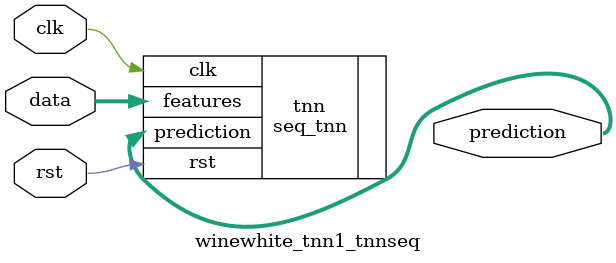
<source format=v>












module winewhite_tnn1_tnnseq #(

parameter FEAT_CNT = 11,
parameter HIDDEN_CNT = 40,
parameter FEAT_BITS = 4,
parameter CLASS_CNT = 7,
parameter TEST_CNT = 1000




  ) (
  input clk,
  input rst,
  input [FEAT_CNT*FEAT_BITS-1:0] data,
  output [$clog2(CLASS_CNT)-1:0] prediction
  );

  seq_tnn #(
      .FEAT_CNT(FEAT_CNT),.FEAT_BITS(FEAT_BITS),.HIDDEN_CNT(HIDDEN_CNT),.CLASS_CNT(CLASS_CNT),
  .SPARSE_VALS(440'b10000000101000101101000100000010000101100001100001001000000000010100000000010110000010000000000011100000001010000000010000000011110000001010010100010010010000111010100000001001100011011000111101100010100001101110000010010011000101000001100000000101010010001000000100101010010000110000010101001010000001010100010001010010010010010000000111000101011110010100011001111011000000011111110101011001110000000000100000100001011100100000000010001000),
  .MASK(440'b11000000101101111111010101111010100101100011100001101000001010010101100101010111100010000010000011100110101010110000010110011011111000111011011111010110111011111011110000001001110111011100111111101110101101101110000111011011001111011001110010101101010010101001101101101010110111110010110101101111011011011100011001110010010111010010110111001101011110010110011001111111111000111111111101011001110110011000100010100001011100100000001110011001),
  .NONZERO_CNT(640'h07030606090603050506090105030508080807070707060904080506080407070707040706080706),
  .SPARSE_VALS2(79'b0100000010110010011000100000110000101111111100111011000110111010101011011001010),  // Bits of not-zeroes
  .COL_INDICES(632'h2625232221201e1b1817141211100d0c0605040201211f17100d0b211c1615100c0825211f1817100f0125242119181412092625221f1e1c1817161413100b0a07261c171412100f0b0a0907060401), // Column of non-zeros
  .ROW_PTRS(64'h4f3a342d251d0e00) // Column of non-zeros // Start indices per row
      ) tnn (
    .clk(clk),
    .rst(rst),
    .features(data),
    .prediction(prediction)
  );

endmodule

</source>
